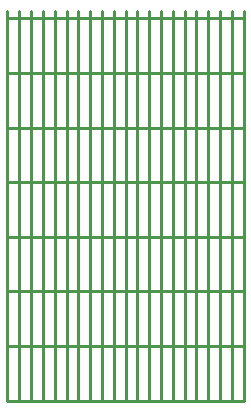
<source format=gbo>
G04 #@! TF.GenerationSoftware,KiCad,Pcbnew,(6.0.5)*
G04 #@! TF.CreationDate,2022-06-13T12:49:50+02:00*
G04 #@! TF.ProjectId,optacon,6f707461-636f-46e2-9e6b-696361645f70,rev?*
G04 #@! TF.SameCoordinates,Original*
G04 #@! TF.FileFunction,Legend,Bot*
G04 #@! TF.FilePolarity,Positive*
%FSLAX46Y46*%
G04 Gerber Fmt 4.6, Leading zero omitted, Abs format (unit mm)*
G04 Created by KiCad (PCBNEW (6.0.5)) date 2022-06-13 12:49:50*
%MOMM*%
%LPD*%
G01*
G04 APERTURE LIST*
G04 Aperture macros list*
%AMRoundRect*
0 Rectangle with rounded corners*
0 $1 Rounding radius*
0 $2 $3 $4 $5 $6 $7 $8 $9 X,Y pos of 4 corners*
0 Add a 4 corners polygon primitive as box body*
4,1,4,$2,$3,$4,$5,$6,$7,$8,$9,$2,$3,0*
0 Add four circle primitives for the rounded corners*
1,1,$1+$1,$2,$3*
1,1,$1+$1,$4,$5*
1,1,$1+$1,$6,$7*
1,1,$1+$1,$8,$9*
0 Add four rect primitives between the rounded corners*
20,1,$1+$1,$2,$3,$4,$5,0*
20,1,$1+$1,$4,$5,$6,$7,0*
20,1,$1+$1,$6,$7,$8,$9,0*
20,1,$1+$1,$8,$9,$2,$3,0*%
G04 Aperture macros list end*
%ADD10C,0.250000*%
%ADD11RoundRect,0.500000X-0.500000X-0.500000X0.500000X-0.500000X0.500000X0.500000X-0.500000X0.500000X0*%
G04 APERTURE END LIST*
D10*
X94140000Y-105000000D02*
X114140000Y-105000000D01*
X100140000Y-90500000D02*
X100140000Y-123500000D01*
X98140000Y-90500000D02*
X98140000Y-123500000D01*
X105140000Y-90500000D02*
X105140000Y-123500000D01*
X109140000Y-90500000D02*
X109140000Y-123500000D01*
X94140000Y-118875000D02*
X114140000Y-118875000D01*
X108140000Y-90500000D02*
X108140000Y-123500000D01*
X97140000Y-90500000D02*
X97140000Y-123500000D01*
X101140000Y-90500000D02*
X101140000Y-123500000D01*
X94140000Y-90500000D02*
X94140000Y-123500000D01*
X114140000Y-90500000D02*
X114140000Y-123500000D01*
X94140000Y-95750000D02*
X114140000Y-95750000D01*
X103140000Y-90500000D02*
X103140000Y-123500000D01*
X94140000Y-100375000D02*
X114140000Y-100375000D01*
X110140000Y-90500000D02*
X110140000Y-123500000D01*
X106140000Y-90500000D02*
X106140000Y-123500000D01*
X102140000Y-90500000D02*
X102140000Y-123500000D01*
X112140000Y-90500000D02*
X112140000Y-123500000D01*
X107140000Y-90500000D02*
X107140000Y-123500000D01*
X111140000Y-90500000D02*
X111140000Y-123500000D01*
X104140000Y-90500000D02*
X104140000Y-123500000D01*
X95140000Y-90500000D02*
X95140000Y-123500000D01*
X113140000Y-90500000D02*
X113140000Y-123500000D01*
X96140000Y-90500000D02*
X96140000Y-123500000D01*
X99140000Y-90500000D02*
X99140000Y-123500000D01*
X94140000Y-123500000D02*
X114140000Y-123500000D01*
X94140000Y-109625000D02*
X114140000Y-109625000D01*
X94140000Y-91125000D02*
X114140000Y-91125000D01*
X94140000Y-114250000D02*
X114140000Y-114250000D01*
%LPC*%
D11*
X117140000Y-87500000D03*
X91140000Y-87500000D03*
M02*

</source>
